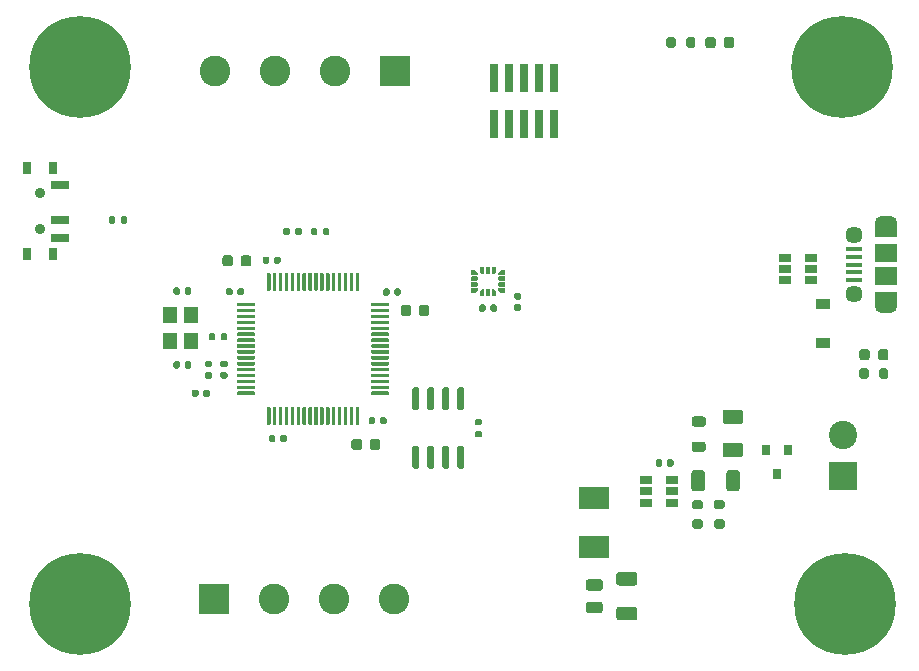
<source format=gbr>
%TF.GenerationSoftware,KiCad,Pcbnew,(5.1.7)-1*%
%TF.CreationDate,2021-01-30T20:15:53-05:00*%
%TF.ProjectId,STM32F4_Eval,53544d33-3246-4345-9f45-76616c2e6b69,rev?*%
%TF.SameCoordinates,Original*%
%TF.FileFunction,Soldermask,Top*%
%TF.FilePolarity,Negative*%
%FSLAX46Y46*%
G04 Gerber Fmt 4.6, Leading zero omitted, Abs format (unit mm)*
G04 Created by KiCad (PCBNEW (5.1.7)-1) date 2021-01-30 20:15:53*
%MOMM*%
%LPD*%
G01*
G04 APERTURE LIST*
%ADD10R,1.060000X0.650000*%
%ADD11R,1.900000X1.500000*%
%ADD12C,1.450000*%
%ADD13R,1.350000X0.400000*%
%ADD14O,1.900000X1.200000*%
%ADD15R,1.900000X1.200000*%
%ADD16R,1.200000X0.900000*%
%ADD17C,8.600000*%
%ADD18C,0.900000*%
%ADD19C,2.400000*%
%ADD20R,2.400000X2.400000*%
%ADD21R,2.500000X1.900000*%
%ADD22R,0.800000X0.900000*%
%ADD23R,1.200000X1.400000*%
%ADD24C,0.100000*%
%ADD25R,1.500000X0.700000*%
%ADD26R,0.800000X1.000000*%
%ADD27R,2.600000X2.600000*%
%ADD28C,2.600000*%
%ADD29R,0.740000X2.400000*%
G04 APERTURE END LIST*
D10*
%TO.C,U2*%
X154140000Y-110740000D03*
X154140000Y-111690000D03*
X154140000Y-112640000D03*
X156340000Y-112640000D03*
X156340000Y-110740000D03*
X156340000Y-111690000D03*
%TD*%
%TO.C,C14*%
G36*
G01*
X155910000Y-109470000D02*
X155910000Y-109130000D01*
G75*
G02*
X156050000Y-108990000I140000J0D01*
G01*
X156330000Y-108990000D01*
G75*
G02*
X156470000Y-109130000I0J-140000D01*
G01*
X156470000Y-109470000D01*
G75*
G02*
X156330000Y-109610000I-140000J0D01*
G01*
X156050000Y-109610000D01*
G75*
G02*
X155910000Y-109470000I0J140000D01*
G01*
G37*
G36*
G01*
X154950000Y-109470000D02*
X154950000Y-109130000D01*
G75*
G02*
X155090000Y-108990000I140000J0D01*
G01*
X155370000Y-108990000D01*
G75*
G02*
X155510000Y-109130000I0J-140000D01*
G01*
X155510000Y-109470000D01*
G75*
G02*
X155370000Y-109610000I-140000J0D01*
G01*
X155090000Y-109610000D01*
G75*
G02*
X154950000Y-109470000I0J140000D01*
G01*
G37*
%TD*%
D11*
%TO.C,J2*%
X174487500Y-91500000D03*
D12*
X171787500Y-95000000D03*
D13*
X171787500Y-93150000D03*
X171787500Y-93800000D03*
X171787500Y-91200000D03*
X171787500Y-91850000D03*
X171787500Y-92500000D03*
D12*
X171787500Y-90000000D03*
D11*
X174487500Y-93500000D03*
D14*
X174487500Y-96000000D03*
X174487500Y-89000000D03*
D15*
X174487500Y-89600000D03*
X174487500Y-95400000D03*
%TD*%
%TO.C,R1*%
G36*
G01*
X109680000Y-88925000D02*
X109680000Y-88555000D01*
G75*
G02*
X109815000Y-88420000I135000J0D01*
G01*
X110085000Y-88420000D01*
G75*
G02*
X110220000Y-88555000I0J-135000D01*
G01*
X110220000Y-88925000D01*
G75*
G02*
X110085000Y-89060000I-135000J0D01*
G01*
X109815000Y-89060000D01*
G75*
G02*
X109680000Y-88925000I0J135000D01*
G01*
G37*
G36*
G01*
X108660000Y-88925000D02*
X108660000Y-88555000D01*
G75*
G02*
X108795000Y-88420000I135000J0D01*
G01*
X109065000Y-88420000D01*
G75*
G02*
X109200000Y-88555000I0J-135000D01*
G01*
X109200000Y-88925000D01*
G75*
G02*
X109065000Y-89060000I-135000J0D01*
G01*
X108795000Y-89060000D01*
G75*
G02*
X108660000Y-88925000I0J135000D01*
G01*
G37*
%TD*%
%TO.C,D2*%
G36*
G01*
X159162500Y-73956250D02*
X159162500Y-73443750D01*
G75*
G02*
X159381250Y-73225000I218750J0D01*
G01*
X159818750Y-73225000D01*
G75*
G02*
X160037500Y-73443750I0J-218750D01*
G01*
X160037500Y-73956250D01*
G75*
G02*
X159818750Y-74175000I-218750J0D01*
G01*
X159381250Y-74175000D01*
G75*
G02*
X159162500Y-73956250I0J218750D01*
G01*
G37*
G36*
G01*
X160737500Y-73956250D02*
X160737500Y-73443750D01*
G75*
G02*
X160956250Y-73225000I218750J0D01*
G01*
X161393750Y-73225000D01*
G75*
G02*
X161612500Y-73443750I0J-218750D01*
G01*
X161612500Y-73956250D01*
G75*
G02*
X161393750Y-74175000I-218750J0D01*
G01*
X160956250Y-74175000D01*
G75*
G02*
X160737500Y-73956250I0J218750D01*
G01*
G37*
%TD*%
%TO.C,L1*%
G36*
G01*
X115665000Y-103572500D02*
X115665000Y-103227500D01*
G75*
G02*
X115812500Y-103080000I147500J0D01*
G01*
X116107500Y-103080000D01*
G75*
G02*
X116255000Y-103227500I0J-147500D01*
G01*
X116255000Y-103572500D01*
G75*
G02*
X116107500Y-103720000I-147500J0D01*
G01*
X115812500Y-103720000D01*
G75*
G02*
X115665000Y-103572500I0J147500D01*
G01*
G37*
G36*
G01*
X116635000Y-103572500D02*
X116635000Y-103227500D01*
G75*
G02*
X116782500Y-103080000I147500J0D01*
G01*
X117077500Y-103080000D01*
G75*
G02*
X117225000Y-103227500I0J-147500D01*
G01*
X117225000Y-103572500D01*
G75*
G02*
X117077500Y-103720000I-147500J0D01*
G01*
X116782500Y-103720000D01*
G75*
G02*
X116635000Y-103572500I0J147500D01*
G01*
G37*
%TD*%
D16*
%TO.C,D3*%
X169150000Y-99150000D03*
X169150000Y-95850000D03*
%TD*%
D17*
%TO.C,H2*%
X106250000Y-121250000D03*
D18*
X109475000Y-121250000D03*
X108530419Y-123530419D03*
X106250000Y-124475000D03*
X103969581Y-123530419D03*
X103025000Y-121250000D03*
X103969581Y-118969581D03*
X106250000Y-118025000D03*
X108530419Y-118969581D03*
%TD*%
D19*
%TO.C,J1*%
X170800000Y-106900000D03*
D20*
X170800000Y-110400000D03*
%TD*%
D21*
%TO.C,L2*%
X149760000Y-112270000D03*
X149760000Y-116370000D03*
%TD*%
D22*
%TO.C,Q1*%
X165230000Y-110190000D03*
X164280000Y-108190000D03*
X166180000Y-108190000D03*
%TD*%
D18*
%TO.C,H3*%
X173280419Y-118969581D03*
X171000000Y-118025000D03*
X168719581Y-118969581D03*
X167775000Y-121250000D03*
X168719581Y-123530419D03*
X171000000Y-124475000D03*
X173280419Y-123530419D03*
X174225000Y-121250000D03*
D17*
X171000000Y-121250000D03*
%TD*%
D18*
%TO.C,H1*%
X108530419Y-73469581D03*
X106250000Y-72525000D03*
X103969581Y-73469581D03*
X103025000Y-75750000D03*
X103969581Y-78030419D03*
X106250000Y-78975000D03*
X108530419Y-78030419D03*
X109475000Y-75750000D03*
D17*
X106250000Y-75750000D03*
%TD*%
%TO.C,H4*%
X170750000Y-75750000D03*
D18*
X173975000Y-75750000D03*
X173030419Y-78030419D03*
X170750000Y-78975000D03*
X168469581Y-78030419D03*
X167525000Y-75750000D03*
X168469581Y-73469581D03*
X170750000Y-72525000D03*
X173030419Y-73469581D03*
%TD*%
%TO.C,F1*%
G36*
G01*
X160875000Y-104765000D02*
X162125000Y-104765000D01*
G75*
G02*
X162375000Y-105015000I0J-250000D01*
G01*
X162375000Y-105765000D01*
G75*
G02*
X162125000Y-106015000I-250000J0D01*
G01*
X160875000Y-106015000D01*
G75*
G02*
X160625000Y-105765000I0J250000D01*
G01*
X160625000Y-105015000D01*
G75*
G02*
X160875000Y-104765000I250000J0D01*
G01*
G37*
G36*
G01*
X160875000Y-107565000D02*
X162125000Y-107565000D01*
G75*
G02*
X162375000Y-107815000I0J-250000D01*
G01*
X162375000Y-108565000D01*
G75*
G02*
X162125000Y-108815000I-250000J0D01*
G01*
X160875000Y-108815000D01*
G75*
G02*
X160625000Y-108565000I0J250000D01*
G01*
X160625000Y-107815000D01*
G75*
G02*
X160875000Y-107565000I250000J0D01*
G01*
G37*
%TD*%
%TO.C,C1*%
G36*
G01*
X120725000Y-91925000D02*
X120725000Y-92425000D01*
G75*
G02*
X120500000Y-92650000I-225000J0D01*
G01*
X120050000Y-92650000D01*
G75*
G02*
X119825000Y-92425000I0J225000D01*
G01*
X119825000Y-91925000D01*
G75*
G02*
X120050000Y-91700000I225000J0D01*
G01*
X120500000Y-91700000D01*
G75*
G02*
X120725000Y-91925000I0J-225000D01*
G01*
G37*
G36*
G01*
X119175000Y-91925000D02*
X119175000Y-92425000D01*
G75*
G02*
X118950000Y-92650000I-225000J0D01*
G01*
X118500000Y-92650000D01*
G75*
G02*
X118275000Y-92425000I0J225000D01*
G01*
X118275000Y-91925000D01*
G75*
G02*
X118500000Y-91700000I225000J0D01*
G01*
X118950000Y-91700000D01*
G75*
G02*
X119175000Y-91925000I0J-225000D01*
G01*
G37*
%TD*%
%TO.C,C5*%
G36*
G01*
X131870000Y-94990000D02*
X131870000Y-94650000D01*
G75*
G02*
X132010000Y-94510000I140000J0D01*
G01*
X132290000Y-94510000D01*
G75*
G02*
X132430000Y-94650000I0J-140000D01*
G01*
X132430000Y-94990000D01*
G75*
G02*
X132290000Y-95130000I-140000J0D01*
G01*
X132010000Y-95130000D01*
G75*
G02*
X131870000Y-94990000I0J140000D01*
G01*
G37*
G36*
G01*
X132830000Y-94990000D02*
X132830000Y-94650000D01*
G75*
G02*
X132970000Y-94510000I140000J0D01*
G01*
X133250000Y-94510000D01*
G75*
G02*
X133390000Y-94650000I0J-140000D01*
G01*
X133390000Y-94990000D01*
G75*
G02*
X133250000Y-95130000I-140000J0D01*
G01*
X132970000Y-95130000D01*
G75*
G02*
X132830000Y-94990000I0J140000D01*
G01*
G37*
%TD*%
%TO.C,C7*%
G36*
G01*
X117280000Y-102148000D02*
X116940000Y-102148000D01*
G75*
G02*
X116800000Y-102008000I0J140000D01*
G01*
X116800000Y-101728000D01*
G75*
G02*
X116940000Y-101588000I140000J0D01*
G01*
X117280000Y-101588000D01*
G75*
G02*
X117420000Y-101728000I0J-140000D01*
G01*
X117420000Y-102008000D01*
G75*
G02*
X117280000Y-102148000I-140000J0D01*
G01*
G37*
G36*
G01*
X117280000Y-101188000D02*
X116940000Y-101188000D01*
G75*
G02*
X116800000Y-101048000I0J140000D01*
G01*
X116800000Y-100768000D01*
G75*
G02*
X116940000Y-100628000I140000J0D01*
G01*
X117280000Y-100628000D01*
G75*
G02*
X117420000Y-100768000I0J-140000D01*
G01*
X117420000Y-101048000D01*
G75*
G02*
X117280000Y-101188000I-140000J0D01*
G01*
G37*
%TD*%
%TO.C,C2*%
G36*
G01*
X120100000Y-94620000D02*
X120100000Y-94960000D01*
G75*
G02*
X119960000Y-95100000I-140000J0D01*
G01*
X119680000Y-95100000D01*
G75*
G02*
X119540000Y-94960000I0J140000D01*
G01*
X119540000Y-94620000D01*
G75*
G02*
X119680000Y-94480000I140000J0D01*
G01*
X119960000Y-94480000D01*
G75*
G02*
X120100000Y-94620000I0J-140000D01*
G01*
G37*
G36*
G01*
X119140000Y-94620000D02*
X119140000Y-94960000D01*
G75*
G02*
X119000000Y-95100000I-140000J0D01*
G01*
X118720000Y-95100000D01*
G75*
G02*
X118580000Y-94960000I0J140000D01*
G01*
X118580000Y-94620000D01*
G75*
G02*
X118720000Y-94480000I140000J0D01*
G01*
X119000000Y-94480000D01*
G75*
G02*
X119140000Y-94620000I0J-140000D01*
G01*
G37*
%TD*%
%TO.C,C3*%
G36*
G01*
X122770000Y-107050000D02*
X122770000Y-107390000D01*
G75*
G02*
X122630000Y-107530000I-140000J0D01*
G01*
X122350000Y-107530000D01*
G75*
G02*
X122210000Y-107390000I0J140000D01*
G01*
X122210000Y-107050000D01*
G75*
G02*
X122350000Y-106910000I140000J0D01*
G01*
X122630000Y-106910000D01*
G75*
G02*
X122770000Y-107050000I0J-140000D01*
G01*
G37*
G36*
G01*
X123730000Y-107050000D02*
X123730000Y-107390000D01*
G75*
G02*
X123590000Y-107530000I-140000J0D01*
G01*
X123310000Y-107530000D01*
G75*
G02*
X123170000Y-107390000I0J140000D01*
G01*
X123170000Y-107050000D01*
G75*
G02*
X123310000Y-106910000I140000J0D01*
G01*
X123590000Y-106910000D01*
G75*
G02*
X123730000Y-107050000I0J-140000D01*
G01*
G37*
%TD*%
%TO.C,C6*%
G36*
G01*
X122650000Y-92290000D02*
X122650000Y-91950000D01*
G75*
G02*
X122790000Y-91810000I140000J0D01*
G01*
X123070000Y-91810000D01*
G75*
G02*
X123210000Y-91950000I0J-140000D01*
G01*
X123210000Y-92290000D01*
G75*
G02*
X123070000Y-92430000I-140000J0D01*
G01*
X122790000Y-92430000D01*
G75*
G02*
X122650000Y-92290000I0J140000D01*
G01*
G37*
G36*
G01*
X121690000Y-92290000D02*
X121690000Y-91950000D01*
G75*
G02*
X121830000Y-91810000I140000J0D01*
G01*
X122110000Y-91810000D01*
G75*
G02*
X122250000Y-91950000I0J-140000D01*
G01*
X122250000Y-92290000D01*
G75*
G02*
X122110000Y-92430000I-140000J0D01*
G01*
X121830000Y-92430000D01*
G75*
G02*
X121690000Y-92290000I0J140000D01*
G01*
G37*
%TD*%
%TO.C,C4*%
G36*
G01*
X131610000Y-105890000D02*
X131610000Y-105550000D01*
G75*
G02*
X131750000Y-105410000I140000J0D01*
G01*
X132030000Y-105410000D01*
G75*
G02*
X132170000Y-105550000I0J-140000D01*
G01*
X132170000Y-105890000D01*
G75*
G02*
X132030000Y-106030000I-140000J0D01*
G01*
X131750000Y-106030000D01*
G75*
G02*
X131610000Y-105890000I0J140000D01*
G01*
G37*
G36*
G01*
X130650000Y-105890000D02*
X130650000Y-105550000D01*
G75*
G02*
X130790000Y-105410000I140000J0D01*
G01*
X131070000Y-105410000D01*
G75*
G02*
X131210000Y-105550000I0J-140000D01*
G01*
X131210000Y-105890000D01*
G75*
G02*
X131070000Y-106030000I-140000J0D01*
G01*
X130790000Y-106030000D01*
G75*
G02*
X130650000Y-105890000I0J140000D01*
G01*
G37*
%TD*%
%TO.C,C8*%
G36*
G01*
X118570000Y-101188000D02*
X118230000Y-101188000D01*
G75*
G02*
X118090000Y-101048000I0J140000D01*
G01*
X118090000Y-100768000D01*
G75*
G02*
X118230000Y-100628000I140000J0D01*
G01*
X118570000Y-100628000D01*
G75*
G02*
X118710000Y-100768000I0J-140000D01*
G01*
X118710000Y-101048000D01*
G75*
G02*
X118570000Y-101188000I-140000J0D01*
G01*
G37*
G36*
G01*
X118570000Y-102148000D02*
X118230000Y-102148000D01*
G75*
G02*
X118090000Y-102008000I0J140000D01*
G01*
X118090000Y-101728000D01*
G75*
G02*
X118230000Y-101588000I140000J0D01*
G01*
X118570000Y-101588000D01*
G75*
G02*
X118710000Y-101728000I0J-140000D01*
G01*
X118710000Y-102008000D01*
G75*
G02*
X118570000Y-102148000I-140000J0D01*
G01*
G37*
%TD*%
%TO.C,R2*%
G36*
G01*
X158325000Y-73425000D02*
X158325000Y-73975000D01*
G75*
G02*
X158125000Y-74175000I-200000J0D01*
G01*
X157725000Y-74175000D01*
G75*
G02*
X157525000Y-73975000I0J200000D01*
G01*
X157525000Y-73425000D01*
G75*
G02*
X157725000Y-73225000I200000J0D01*
G01*
X158125000Y-73225000D01*
G75*
G02*
X158325000Y-73425000I0J-200000D01*
G01*
G37*
G36*
G01*
X156675000Y-73425000D02*
X156675000Y-73975000D01*
G75*
G02*
X156475000Y-74175000I-200000J0D01*
G01*
X156075000Y-74175000D01*
G75*
G02*
X155875000Y-73975000I0J200000D01*
G01*
X155875000Y-73425000D01*
G75*
G02*
X156075000Y-73225000I200000J0D01*
G01*
X156475000Y-73225000D01*
G75*
G02*
X156675000Y-73425000I0J-200000D01*
G01*
G37*
%TD*%
%TO.C,R11*%
G36*
G01*
X173865000Y-102005000D02*
X173865000Y-101455000D01*
G75*
G02*
X174065000Y-101255000I200000J0D01*
G01*
X174465000Y-101255000D01*
G75*
G02*
X174665000Y-101455000I0J-200000D01*
G01*
X174665000Y-102005000D01*
G75*
G02*
X174465000Y-102205000I-200000J0D01*
G01*
X174065000Y-102205000D01*
G75*
G02*
X173865000Y-102005000I0J200000D01*
G01*
G37*
G36*
G01*
X172215000Y-102005000D02*
X172215000Y-101455000D01*
G75*
G02*
X172415000Y-101255000I200000J0D01*
G01*
X172815000Y-101255000D01*
G75*
G02*
X173015000Y-101455000I0J-200000D01*
G01*
X173015000Y-102005000D01*
G75*
G02*
X172815000Y-102205000I-200000J0D01*
G01*
X172415000Y-102205000D01*
G75*
G02*
X172215000Y-102005000I0J200000D01*
G01*
G37*
%TD*%
D23*
%TO.C,Y1*%
X115575000Y-96775000D03*
X115575000Y-98975000D03*
X113875000Y-98975000D03*
X113875000Y-96775000D03*
%TD*%
%TO.C,R9*%
G36*
G01*
X160065000Y-112420000D02*
X160615000Y-112420000D01*
G75*
G02*
X160815000Y-112620000I0J-200000D01*
G01*
X160815000Y-113020000D01*
G75*
G02*
X160615000Y-113220000I-200000J0D01*
G01*
X160065000Y-113220000D01*
G75*
G02*
X159865000Y-113020000I0J200000D01*
G01*
X159865000Y-112620000D01*
G75*
G02*
X160065000Y-112420000I200000J0D01*
G01*
G37*
G36*
G01*
X160065000Y-114070000D02*
X160615000Y-114070000D01*
G75*
G02*
X160815000Y-114270000I0J-200000D01*
G01*
X160815000Y-114670000D01*
G75*
G02*
X160615000Y-114870000I-200000J0D01*
G01*
X160065000Y-114870000D01*
G75*
G02*
X159865000Y-114670000I0J200000D01*
G01*
X159865000Y-114270000D01*
G75*
G02*
X160065000Y-114070000I200000J0D01*
G01*
G37*
%TD*%
%TO.C,U1*%
G36*
G01*
X119500000Y-95963000D02*
X119500000Y-95813000D01*
G75*
G02*
X119575000Y-95738000I75000J0D01*
G01*
X120975000Y-95738000D01*
G75*
G02*
X121050000Y-95813000I0J-75000D01*
G01*
X121050000Y-95963000D01*
G75*
G02*
X120975000Y-96038000I-75000J0D01*
G01*
X119575000Y-96038000D01*
G75*
G02*
X119500000Y-95963000I0J75000D01*
G01*
G37*
G36*
G01*
X119500000Y-96463000D02*
X119500000Y-96313000D01*
G75*
G02*
X119575000Y-96238000I75000J0D01*
G01*
X120975000Y-96238000D01*
G75*
G02*
X121050000Y-96313000I0J-75000D01*
G01*
X121050000Y-96463000D01*
G75*
G02*
X120975000Y-96538000I-75000J0D01*
G01*
X119575000Y-96538000D01*
G75*
G02*
X119500000Y-96463000I0J75000D01*
G01*
G37*
G36*
G01*
X119500000Y-96963000D02*
X119500000Y-96813000D01*
G75*
G02*
X119575000Y-96738000I75000J0D01*
G01*
X120975000Y-96738000D01*
G75*
G02*
X121050000Y-96813000I0J-75000D01*
G01*
X121050000Y-96963000D01*
G75*
G02*
X120975000Y-97038000I-75000J0D01*
G01*
X119575000Y-97038000D01*
G75*
G02*
X119500000Y-96963000I0J75000D01*
G01*
G37*
G36*
G01*
X119500000Y-97463000D02*
X119500000Y-97313000D01*
G75*
G02*
X119575000Y-97238000I75000J0D01*
G01*
X120975000Y-97238000D01*
G75*
G02*
X121050000Y-97313000I0J-75000D01*
G01*
X121050000Y-97463000D01*
G75*
G02*
X120975000Y-97538000I-75000J0D01*
G01*
X119575000Y-97538000D01*
G75*
G02*
X119500000Y-97463000I0J75000D01*
G01*
G37*
G36*
G01*
X119500000Y-97963000D02*
X119500000Y-97813000D01*
G75*
G02*
X119575000Y-97738000I75000J0D01*
G01*
X120975000Y-97738000D01*
G75*
G02*
X121050000Y-97813000I0J-75000D01*
G01*
X121050000Y-97963000D01*
G75*
G02*
X120975000Y-98038000I-75000J0D01*
G01*
X119575000Y-98038000D01*
G75*
G02*
X119500000Y-97963000I0J75000D01*
G01*
G37*
G36*
G01*
X119500000Y-98463000D02*
X119500000Y-98313000D01*
G75*
G02*
X119575000Y-98238000I75000J0D01*
G01*
X120975000Y-98238000D01*
G75*
G02*
X121050000Y-98313000I0J-75000D01*
G01*
X121050000Y-98463000D01*
G75*
G02*
X120975000Y-98538000I-75000J0D01*
G01*
X119575000Y-98538000D01*
G75*
G02*
X119500000Y-98463000I0J75000D01*
G01*
G37*
G36*
G01*
X119500000Y-98963000D02*
X119500000Y-98813000D01*
G75*
G02*
X119575000Y-98738000I75000J0D01*
G01*
X120975000Y-98738000D01*
G75*
G02*
X121050000Y-98813000I0J-75000D01*
G01*
X121050000Y-98963000D01*
G75*
G02*
X120975000Y-99038000I-75000J0D01*
G01*
X119575000Y-99038000D01*
G75*
G02*
X119500000Y-98963000I0J75000D01*
G01*
G37*
G36*
G01*
X119500000Y-99463000D02*
X119500000Y-99313000D01*
G75*
G02*
X119575000Y-99238000I75000J0D01*
G01*
X120975000Y-99238000D01*
G75*
G02*
X121050000Y-99313000I0J-75000D01*
G01*
X121050000Y-99463000D01*
G75*
G02*
X120975000Y-99538000I-75000J0D01*
G01*
X119575000Y-99538000D01*
G75*
G02*
X119500000Y-99463000I0J75000D01*
G01*
G37*
G36*
G01*
X119500000Y-99963000D02*
X119500000Y-99813000D01*
G75*
G02*
X119575000Y-99738000I75000J0D01*
G01*
X120975000Y-99738000D01*
G75*
G02*
X121050000Y-99813000I0J-75000D01*
G01*
X121050000Y-99963000D01*
G75*
G02*
X120975000Y-100038000I-75000J0D01*
G01*
X119575000Y-100038000D01*
G75*
G02*
X119500000Y-99963000I0J75000D01*
G01*
G37*
G36*
G01*
X119500000Y-100463000D02*
X119500000Y-100313000D01*
G75*
G02*
X119575000Y-100238000I75000J0D01*
G01*
X120975000Y-100238000D01*
G75*
G02*
X121050000Y-100313000I0J-75000D01*
G01*
X121050000Y-100463000D01*
G75*
G02*
X120975000Y-100538000I-75000J0D01*
G01*
X119575000Y-100538000D01*
G75*
G02*
X119500000Y-100463000I0J75000D01*
G01*
G37*
G36*
G01*
X119500000Y-100963000D02*
X119500000Y-100813000D01*
G75*
G02*
X119575000Y-100738000I75000J0D01*
G01*
X120975000Y-100738000D01*
G75*
G02*
X121050000Y-100813000I0J-75000D01*
G01*
X121050000Y-100963000D01*
G75*
G02*
X120975000Y-101038000I-75000J0D01*
G01*
X119575000Y-101038000D01*
G75*
G02*
X119500000Y-100963000I0J75000D01*
G01*
G37*
G36*
G01*
X119500000Y-101463000D02*
X119500000Y-101313000D01*
G75*
G02*
X119575000Y-101238000I75000J0D01*
G01*
X120975000Y-101238000D01*
G75*
G02*
X121050000Y-101313000I0J-75000D01*
G01*
X121050000Y-101463000D01*
G75*
G02*
X120975000Y-101538000I-75000J0D01*
G01*
X119575000Y-101538000D01*
G75*
G02*
X119500000Y-101463000I0J75000D01*
G01*
G37*
G36*
G01*
X119500000Y-101963000D02*
X119500000Y-101813000D01*
G75*
G02*
X119575000Y-101738000I75000J0D01*
G01*
X120975000Y-101738000D01*
G75*
G02*
X121050000Y-101813000I0J-75000D01*
G01*
X121050000Y-101963000D01*
G75*
G02*
X120975000Y-102038000I-75000J0D01*
G01*
X119575000Y-102038000D01*
G75*
G02*
X119500000Y-101963000I0J75000D01*
G01*
G37*
G36*
G01*
X119500000Y-102463000D02*
X119500000Y-102313000D01*
G75*
G02*
X119575000Y-102238000I75000J0D01*
G01*
X120975000Y-102238000D01*
G75*
G02*
X121050000Y-102313000I0J-75000D01*
G01*
X121050000Y-102463000D01*
G75*
G02*
X120975000Y-102538000I-75000J0D01*
G01*
X119575000Y-102538000D01*
G75*
G02*
X119500000Y-102463000I0J75000D01*
G01*
G37*
G36*
G01*
X119500000Y-102963000D02*
X119500000Y-102813000D01*
G75*
G02*
X119575000Y-102738000I75000J0D01*
G01*
X120975000Y-102738000D01*
G75*
G02*
X121050000Y-102813000I0J-75000D01*
G01*
X121050000Y-102963000D01*
G75*
G02*
X120975000Y-103038000I-75000J0D01*
G01*
X119575000Y-103038000D01*
G75*
G02*
X119500000Y-102963000I0J75000D01*
G01*
G37*
G36*
G01*
X119500000Y-103463000D02*
X119500000Y-103313000D01*
G75*
G02*
X119575000Y-103238000I75000J0D01*
G01*
X120975000Y-103238000D01*
G75*
G02*
X121050000Y-103313000I0J-75000D01*
G01*
X121050000Y-103463000D01*
G75*
G02*
X120975000Y-103538000I-75000J0D01*
G01*
X119575000Y-103538000D01*
G75*
G02*
X119500000Y-103463000I0J75000D01*
G01*
G37*
G36*
G01*
X122050000Y-106013000D02*
X122050000Y-104613000D01*
G75*
G02*
X122125000Y-104538000I75000J0D01*
G01*
X122275000Y-104538000D01*
G75*
G02*
X122350000Y-104613000I0J-75000D01*
G01*
X122350000Y-106013000D01*
G75*
G02*
X122275000Y-106088000I-75000J0D01*
G01*
X122125000Y-106088000D01*
G75*
G02*
X122050000Y-106013000I0J75000D01*
G01*
G37*
G36*
G01*
X122550000Y-106013000D02*
X122550000Y-104613000D01*
G75*
G02*
X122625000Y-104538000I75000J0D01*
G01*
X122775000Y-104538000D01*
G75*
G02*
X122850000Y-104613000I0J-75000D01*
G01*
X122850000Y-106013000D01*
G75*
G02*
X122775000Y-106088000I-75000J0D01*
G01*
X122625000Y-106088000D01*
G75*
G02*
X122550000Y-106013000I0J75000D01*
G01*
G37*
G36*
G01*
X123050000Y-106013000D02*
X123050000Y-104613000D01*
G75*
G02*
X123125000Y-104538000I75000J0D01*
G01*
X123275000Y-104538000D01*
G75*
G02*
X123350000Y-104613000I0J-75000D01*
G01*
X123350000Y-106013000D01*
G75*
G02*
X123275000Y-106088000I-75000J0D01*
G01*
X123125000Y-106088000D01*
G75*
G02*
X123050000Y-106013000I0J75000D01*
G01*
G37*
G36*
G01*
X123550000Y-106013000D02*
X123550000Y-104613000D01*
G75*
G02*
X123625000Y-104538000I75000J0D01*
G01*
X123775000Y-104538000D01*
G75*
G02*
X123850000Y-104613000I0J-75000D01*
G01*
X123850000Y-106013000D01*
G75*
G02*
X123775000Y-106088000I-75000J0D01*
G01*
X123625000Y-106088000D01*
G75*
G02*
X123550000Y-106013000I0J75000D01*
G01*
G37*
G36*
G01*
X124050000Y-106013000D02*
X124050000Y-104613000D01*
G75*
G02*
X124125000Y-104538000I75000J0D01*
G01*
X124275000Y-104538000D01*
G75*
G02*
X124350000Y-104613000I0J-75000D01*
G01*
X124350000Y-106013000D01*
G75*
G02*
X124275000Y-106088000I-75000J0D01*
G01*
X124125000Y-106088000D01*
G75*
G02*
X124050000Y-106013000I0J75000D01*
G01*
G37*
G36*
G01*
X124550000Y-106013000D02*
X124550000Y-104613000D01*
G75*
G02*
X124625000Y-104538000I75000J0D01*
G01*
X124775000Y-104538000D01*
G75*
G02*
X124850000Y-104613000I0J-75000D01*
G01*
X124850000Y-106013000D01*
G75*
G02*
X124775000Y-106088000I-75000J0D01*
G01*
X124625000Y-106088000D01*
G75*
G02*
X124550000Y-106013000I0J75000D01*
G01*
G37*
G36*
G01*
X125050000Y-106013000D02*
X125050000Y-104613000D01*
G75*
G02*
X125125000Y-104538000I75000J0D01*
G01*
X125275000Y-104538000D01*
G75*
G02*
X125350000Y-104613000I0J-75000D01*
G01*
X125350000Y-106013000D01*
G75*
G02*
X125275000Y-106088000I-75000J0D01*
G01*
X125125000Y-106088000D01*
G75*
G02*
X125050000Y-106013000I0J75000D01*
G01*
G37*
G36*
G01*
X125550000Y-106013000D02*
X125550000Y-104613000D01*
G75*
G02*
X125625000Y-104538000I75000J0D01*
G01*
X125775000Y-104538000D01*
G75*
G02*
X125850000Y-104613000I0J-75000D01*
G01*
X125850000Y-106013000D01*
G75*
G02*
X125775000Y-106088000I-75000J0D01*
G01*
X125625000Y-106088000D01*
G75*
G02*
X125550000Y-106013000I0J75000D01*
G01*
G37*
G36*
G01*
X126050000Y-106013000D02*
X126050000Y-104613000D01*
G75*
G02*
X126125000Y-104538000I75000J0D01*
G01*
X126275000Y-104538000D01*
G75*
G02*
X126350000Y-104613000I0J-75000D01*
G01*
X126350000Y-106013000D01*
G75*
G02*
X126275000Y-106088000I-75000J0D01*
G01*
X126125000Y-106088000D01*
G75*
G02*
X126050000Y-106013000I0J75000D01*
G01*
G37*
G36*
G01*
X126550000Y-106013000D02*
X126550000Y-104613000D01*
G75*
G02*
X126625000Y-104538000I75000J0D01*
G01*
X126775000Y-104538000D01*
G75*
G02*
X126850000Y-104613000I0J-75000D01*
G01*
X126850000Y-106013000D01*
G75*
G02*
X126775000Y-106088000I-75000J0D01*
G01*
X126625000Y-106088000D01*
G75*
G02*
X126550000Y-106013000I0J75000D01*
G01*
G37*
G36*
G01*
X127050000Y-106013000D02*
X127050000Y-104613000D01*
G75*
G02*
X127125000Y-104538000I75000J0D01*
G01*
X127275000Y-104538000D01*
G75*
G02*
X127350000Y-104613000I0J-75000D01*
G01*
X127350000Y-106013000D01*
G75*
G02*
X127275000Y-106088000I-75000J0D01*
G01*
X127125000Y-106088000D01*
G75*
G02*
X127050000Y-106013000I0J75000D01*
G01*
G37*
G36*
G01*
X127550000Y-106013000D02*
X127550000Y-104613000D01*
G75*
G02*
X127625000Y-104538000I75000J0D01*
G01*
X127775000Y-104538000D01*
G75*
G02*
X127850000Y-104613000I0J-75000D01*
G01*
X127850000Y-106013000D01*
G75*
G02*
X127775000Y-106088000I-75000J0D01*
G01*
X127625000Y-106088000D01*
G75*
G02*
X127550000Y-106013000I0J75000D01*
G01*
G37*
G36*
G01*
X128050000Y-106013000D02*
X128050000Y-104613000D01*
G75*
G02*
X128125000Y-104538000I75000J0D01*
G01*
X128275000Y-104538000D01*
G75*
G02*
X128350000Y-104613000I0J-75000D01*
G01*
X128350000Y-106013000D01*
G75*
G02*
X128275000Y-106088000I-75000J0D01*
G01*
X128125000Y-106088000D01*
G75*
G02*
X128050000Y-106013000I0J75000D01*
G01*
G37*
G36*
G01*
X128550000Y-106013000D02*
X128550000Y-104613000D01*
G75*
G02*
X128625000Y-104538000I75000J0D01*
G01*
X128775000Y-104538000D01*
G75*
G02*
X128850000Y-104613000I0J-75000D01*
G01*
X128850000Y-106013000D01*
G75*
G02*
X128775000Y-106088000I-75000J0D01*
G01*
X128625000Y-106088000D01*
G75*
G02*
X128550000Y-106013000I0J75000D01*
G01*
G37*
G36*
G01*
X129050000Y-106013000D02*
X129050000Y-104613000D01*
G75*
G02*
X129125000Y-104538000I75000J0D01*
G01*
X129275000Y-104538000D01*
G75*
G02*
X129350000Y-104613000I0J-75000D01*
G01*
X129350000Y-106013000D01*
G75*
G02*
X129275000Y-106088000I-75000J0D01*
G01*
X129125000Y-106088000D01*
G75*
G02*
X129050000Y-106013000I0J75000D01*
G01*
G37*
G36*
G01*
X129550000Y-106013000D02*
X129550000Y-104613000D01*
G75*
G02*
X129625000Y-104538000I75000J0D01*
G01*
X129775000Y-104538000D01*
G75*
G02*
X129850000Y-104613000I0J-75000D01*
G01*
X129850000Y-106013000D01*
G75*
G02*
X129775000Y-106088000I-75000J0D01*
G01*
X129625000Y-106088000D01*
G75*
G02*
X129550000Y-106013000I0J75000D01*
G01*
G37*
G36*
G01*
X130850000Y-103463000D02*
X130850000Y-103313000D01*
G75*
G02*
X130925000Y-103238000I75000J0D01*
G01*
X132325000Y-103238000D01*
G75*
G02*
X132400000Y-103313000I0J-75000D01*
G01*
X132400000Y-103463000D01*
G75*
G02*
X132325000Y-103538000I-75000J0D01*
G01*
X130925000Y-103538000D01*
G75*
G02*
X130850000Y-103463000I0J75000D01*
G01*
G37*
G36*
G01*
X130850000Y-102963000D02*
X130850000Y-102813000D01*
G75*
G02*
X130925000Y-102738000I75000J0D01*
G01*
X132325000Y-102738000D01*
G75*
G02*
X132400000Y-102813000I0J-75000D01*
G01*
X132400000Y-102963000D01*
G75*
G02*
X132325000Y-103038000I-75000J0D01*
G01*
X130925000Y-103038000D01*
G75*
G02*
X130850000Y-102963000I0J75000D01*
G01*
G37*
G36*
G01*
X130850000Y-102463000D02*
X130850000Y-102313000D01*
G75*
G02*
X130925000Y-102238000I75000J0D01*
G01*
X132325000Y-102238000D01*
G75*
G02*
X132400000Y-102313000I0J-75000D01*
G01*
X132400000Y-102463000D01*
G75*
G02*
X132325000Y-102538000I-75000J0D01*
G01*
X130925000Y-102538000D01*
G75*
G02*
X130850000Y-102463000I0J75000D01*
G01*
G37*
G36*
G01*
X130850000Y-101963000D02*
X130850000Y-101813000D01*
G75*
G02*
X130925000Y-101738000I75000J0D01*
G01*
X132325000Y-101738000D01*
G75*
G02*
X132400000Y-101813000I0J-75000D01*
G01*
X132400000Y-101963000D01*
G75*
G02*
X132325000Y-102038000I-75000J0D01*
G01*
X130925000Y-102038000D01*
G75*
G02*
X130850000Y-101963000I0J75000D01*
G01*
G37*
G36*
G01*
X130850000Y-101463000D02*
X130850000Y-101313000D01*
G75*
G02*
X130925000Y-101238000I75000J0D01*
G01*
X132325000Y-101238000D01*
G75*
G02*
X132400000Y-101313000I0J-75000D01*
G01*
X132400000Y-101463000D01*
G75*
G02*
X132325000Y-101538000I-75000J0D01*
G01*
X130925000Y-101538000D01*
G75*
G02*
X130850000Y-101463000I0J75000D01*
G01*
G37*
G36*
G01*
X130850000Y-100963000D02*
X130850000Y-100813000D01*
G75*
G02*
X130925000Y-100738000I75000J0D01*
G01*
X132325000Y-100738000D01*
G75*
G02*
X132400000Y-100813000I0J-75000D01*
G01*
X132400000Y-100963000D01*
G75*
G02*
X132325000Y-101038000I-75000J0D01*
G01*
X130925000Y-101038000D01*
G75*
G02*
X130850000Y-100963000I0J75000D01*
G01*
G37*
G36*
G01*
X130850000Y-100463000D02*
X130850000Y-100313000D01*
G75*
G02*
X130925000Y-100238000I75000J0D01*
G01*
X132325000Y-100238000D01*
G75*
G02*
X132400000Y-100313000I0J-75000D01*
G01*
X132400000Y-100463000D01*
G75*
G02*
X132325000Y-100538000I-75000J0D01*
G01*
X130925000Y-100538000D01*
G75*
G02*
X130850000Y-100463000I0J75000D01*
G01*
G37*
G36*
G01*
X130850000Y-99963000D02*
X130850000Y-99813000D01*
G75*
G02*
X130925000Y-99738000I75000J0D01*
G01*
X132325000Y-99738000D01*
G75*
G02*
X132400000Y-99813000I0J-75000D01*
G01*
X132400000Y-99963000D01*
G75*
G02*
X132325000Y-100038000I-75000J0D01*
G01*
X130925000Y-100038000D01*
G75*
G02*
X130850000Y-99963000I0J75000D01*
G01*
G37*
G36*
G01*
X130850000Y-99463000D02*
X130850000Y-99313000D01*
G75*
G02*
X130925000Y-99238000I75000J0D01*
G01*
X132325000Y-99238000D01*
G75*
G02*
X132400000Y-99313000I0J-75000D01*
G01*
X132400000Y-99463000D01*
G75*
G02*
X132325000Y-99538000I-75000J0D01*
G01*
X130925000Y-99538000D01*
G75*
G02*
X130850000Y-99463000I0J75000D01*
G01*
G37*
G36*
G01*
X130850000Y-98963000D02*
X130850000Y-98813000D01*
G75*
G02*
X130925000Y-98738000I75000J0D01*
G01*
X132325000Y-98738000D01*
G75*
G02*
X132400000Y-98813000I0J-75000D01*
G01*
X132400000Y-98963000D01*
G75*
G02*
X132325000Y-99038000I-75000J0D01*
G01*
X130925000Y-99038000D01*
G75*
G02*
X130850000Y-98963000I0J75000D01*
G01*
G37*
G36*
G01*
X130850000Y-98463000D02*
X130850000Y-98313000D01*
G75*
G02*
X130925000Y-98238000I75000J0D01*
G01*
X132325000Y-98238000D01*
G75*
G02*
X132400000Y-98313000I0J-75000D01*
G01*
X132400000Y-98463000D01*
G75*
G02*
X132325000Y-98538000I-75000J0D01*
G01*
X130925000Y-98538000D01*
G75*
G02*
X130850000Y-98463000I0J75000D01*
G01*
G37*
G36*
G01*
X130850000Y-97963000D02*
X130850000Y-97813000D01*
G75*
G02*
X130925000Y-97738000I75000J0D01*
G01*
X132325000Y-97738000D01*
G75*
G02*
X132400000Y-97813000I0J-75000D01*
G01*
X132400000Y-97963000D01*
G75*
G02*
X132325000Y-98038000I-75000J0D01*
G01*
X130925000Y-98038000D01*
G75*
G02*
X130850000Y-97963000I0J75000D01*
G01*
G37*
G36*
G01*
X130850000Y-97463000D02*
X130850000Y-97313000D01*
G75*
G02*
X130925000Y-97238000I75000J0D01*
G01*
X132325000Y-97238000D01*
G75*
G02*
X132400000Y-97313000I0J-75000D01*
G01*
X132400000Y-97463000D01*
G75*
G02*
X132325000Y-97538000I-75000J0D01*
G01*
X130925000Y-97538000D01*
G75*
G02*
X130850000Y-97463000I0J75000D01*
G01*
G37*
G36*
G01*
X130850000Y-96963000D02*
X130850000Y-96813000D01*
G75*
G02*
X130925000Y-96738000I75000J0D01*
G01*
X132325000Y-96738000D01*
G75*
G02*
X132400000Y-96813000I0J-75000D01*
G01*
X132400000Y-96963000D01*
G75*
G02*
X132325000Y-97038000I-75000J0D01*
G01*
X130925000Y-97038000D01*
G75*
G02*
X130850000Y-96963000I0J75000D01*
G01*
G37*
G36*
G01*
X130850000Y-96463000D02*
X130850000Y-96313000D01*
G75*
G02*
X130925000Y-96238000I75000J0D01*
G01*
X132325000Y-96238000D01*
G75*
G02*
X132400000Y-96313000I0J-75000D01*
G01*
X132400000Y-96463000D01*
G75*
G02*
X132325000Y-96538000I-75000J0D01*
G01*
X130925000Y-96538000D01*
G75*
G02*
X130850000Y-96463000I0J75000D01*
G01*
G37*
G36*
G01*
X130850000Y-95963000D02*
X130850000Y-95813000D01*
G75*
G02*
X130925000Y-95738000I75000J0D01*
G01*
X132325000Y-95738000D01*
G75*
G02*
X132400000Y-95813000I0J-75000D01*
G01*
X132400000Y-95963000D01*
G75*
G02*
X132325000Y-96038000I-75000J0D01*
G01*
X130925000Y-96038000D01*
G75*
G02*
X130850000Y-95963000I0J75000D01*
G01*
G37*
G36*
G01*
X129550000Y-94663000D02*
X129550000Y-93263000D01*
G75*
G02*
X129625000Y-93188000I75000J0D01*
G01*
X129775000Y-93188000D01*
G75*
G02*
X129850000Y-93263000I0J-75000D01*
G01*
X129850000Y-94663000D01*
G75*
G02*
X129775000Y-94738000I-75000J0D01*
G01*
X129625000Y-94738000D01*
G75*
G02*
X129550000Y-94663000I0J75000D01*
G01*
G37*
G36*
G01*
X129050000Y-94663000D02*
X129050000Y-93263000D01*
G75*
G02*
X129125000Y-93188000I75000J0D01*
G01*
X129275000Y-93188000D01*
G75*
G02*
X129350000Y-93263000I0J-75000D01*
G01*
X129350000Y-94663000D01*
G75*
G02*
X129275000Y-94738000I-75000J0D01*
G01*
X129125000Y-94738000D01*
G75*
G02*
X129050000Y-94663000I0J75000D01*
G01*
G37*
G36*
G01*
X128550000Y-94663000D02*
X128550000Y-93263000D01*
G75*
G02*
X128625000Y-93188000I75000J0D01*
G01*
X128775000Y-93188000D01*
G75*
G02*
X128850000Y-93263000I0J-75000D01*
G01*
X128850000Y-94663000D01*
G75*
G02*
X128775000Y-94738000I-75000J0D01*
G01*
X128625000Y-94738000D01*
G75*
G02*
X128550000Y-94663000I0J75000D01*
G01*
G37*
G36*
G01*
X128050000Y-94663000D02*
X128050000Y-93263000D01*
G75*
G02*
X128125000Y-93188000I75000J0D01*
G01*
X128275000Y-93188000D01*
G75*
G02*
X128350000Y-93263000I0J-75000D01*
G01*
X128350000Y-94663000D01*
G75*
G02*
X128275000Y-94738000I-75000J0D01*
G01*
X128125000Y-94738000D01*
G75*
G02*
X128050000Y-94663000I0J75000D01*
G01*
G37*
G36*
G01*
X127550000Y-94663000D02*
X127550000Y-93263000D01*
G75*
G02*
X127625000Y-93188000I75000J0D01*
G01*
X127775000Y-93188000D01*
G75*
G02*
X127850000Y-93263000I0J-75000D01*
G01*
X127850000Y-94663000D01*
G75*
G02*
X127775000Y-94738000I-75000J0D01*
G01*
X127625000Y-94738000D01*
G75*
G02*
X127550000Y-94663000I0J75000D01*
G01*
G37*
G36*
G01*
X127050000Y-94663000D02*
X127050000Y-93263000D01*
G75*
G02*
X127125000Y-93188000I75000J0D01*
G01*
X127275000Y-93188000D01*
G75*
G02*
X127350000Y-93263000I0J-75000D01*
G01*
X127350000Y-94663000D01*
G75*
G02*
X127275000Y-94738000I-75000J0D01*
G01*
X127125000Y-94738000D01*
G75*
G02*
X127050000Y-94663000I0J75000D01*
G01*
G37*
G36*
G01*
X126550000Y-94663000D02*
X126550000Y-93263000D01*
G75*
G02*
X126625000Y-93188000I75000J0D01*
G01*
X126775000Y-93188000D01*
G75*
G02*
X126850000Y-93263000I0J-75000D01*
G01*
X126850000Y-94663000D01*
G75*
G02*
X126775000Y-94738000I-75000J0D01*
G01*
X126625000Y-94738000D01*
G75*
G02*
X126550000Y-94663000I0J75000D01*
G01*
G37*
G36*
G01*
X126050000Y-94663000D02*
X126050000Y-93263000D01*
G75*
G02*
X126125000Y-93188000I75000J0D01*
G01*
X126275000Y-93188000D01*
G75*
G02*
X126350000Y-93263000I0J-75000D01*
G01*
X126350000Y-94663000D01*
G75*
G02*
X126275000Y-94738000I-75000J0D01*
G01*
X126125000Y-94738000D01*
G75*
G02*
X126050000Y-94663000I0J75000D01*
G01*
G37*
G36*
G01*
X125550000Y-94663000D02*
X125550000Y-93263000D01*
G75*
G02*
X125625000Y-93188000I75000J0D01*
G01*
X125775000Y-93188000D01*
G75*
G02*
X125850000Y-93263000I0J-75000D01*
G01*
X125850000Y-94663000D01*
G75*
G02*
X125775000Y-94738000I-75000J0D01*
G01*
X125625000Y-94738000D01*
G75*
G02*
X125550000Y-94663000I0J75000D01*
G01*
G37*
G36*
G01*
X125050000Y-94663000D02*
X125050000Y-93263000D01*
G75*
G02*
X125125000Y-93188000I75000J0D01*
G01*
X125275000Y-93188000D01*
G75*
G02*
X125350000Y-93263000I0J-75000D01*
G01*
X125350000Y-94663000D01*
G75*
G02*
X125275000Y-94738000I-75000J0D01*
G01*
X125125000Y-94738000D01*
G75*
G02*
X125050000Y-94663000I0J75000D01*
G01*
G37*
G36*
G01*
X124550000Y-94663000D02*
X124550000Y-93263000D01*
G75*
G02*
X124625000Y-93188000I75000J0D01*
G01*
X124775000Y-93188000D01*
G75*
G02*
X124850000Y-93263000I0J-75000D01*
G01*
X124850000Y-94663000D01*
G75*
G02*
X124775000Y-94738000I-75000J0D01*
G01*
X124625000Y-94738000D01*
G75*
G02*
X124550000Y-94663000I0J75000D01*
G01*
G37*
G36*
G01*
X124050000Y-94663000D02*
X124050000Y-93263000D01*
G75*
G02*
X124125000Y-93188000I75000J0D01*
G01*
X124275000Y-93188000D01*
G75*
G02*
X124350000Y-93263000I0J-75000D01*
G01*
X124350000Y-94663000D01*
G75*
G02*
X124275000Y-94738000I-75000J0D01*
G01*
X124125000Y-94738000D01*
G75*
G02*
X124050000Y-94663000I0J75000D01*
G01*
G37*
G36*
G01*
X123550000Y-94663000D02*
X123550000Y-93263000D01*
G75*
G02*
X123625000Y-93188000I75000J0D01*
G01*
X123775000Y-93188000D01*
G75*
G02*
X123850000Y-93263000I0J-75000D01*
G01*
X123850000Y-94663000D01*
G75*
G02*
X123775000Y-94738000I-75000J0D01*
G01*
X123625000Y-94738000D01*
G75*
G02*
X123550000Y-94663000I0J75000D01*
G01*
G37*
G36*
G01*
X123050000Y-94663000D02*
X123050000Y-93263000D01*
G75*
G02*
X123125000Y-93188000I75000J0D01*
G01*
X123275000Y-93188000D01*
G75*
G02*
X123350000Y-93263000I0J-75000D01*
G01*
X123350000Y-94663000D01*
G75*
G02*
X123275000Y-94738000I-75000J0D01*
G01*
X123125000Y-94738000D01*
G75*
G02*
X123050000Y-94663000I0J75000D01*
G01*
G37*
G36*
G01*
X122550000Y-94663000D02*
X122550000Y-93263000D01*
G75*
G02*
X122625000Y-93188000I75000J0D01*
G01*
X122775000Y-93188000D01*
G75*
G02*
X122850000Y-93263000I0J-75000D01*
G01*
X122850000Y-94663000D01*
G75*
G02*
X122775000Y-94738000I-75000J0D01*
G01*
X122625000Y-94738000D01*
G75*
G02*
X122550000Y-94663000I0J75000D01*
G01*
G37*
G36*
G01*
X122050000Y-94663000D02*
X122050000Y-93263000D01*
G75*
G02*
X122125000Y-93188000I75000J0D01*
G01*
X122275000Y-93188000D01*
G75*
G02*
X122350000Y-93263000I0J-75000D01*
G01*
X122350000Y-94663000D01*
G75*
G02*
X122275000Y-94738000I-75000J0D01*
G01*
X122125000Y-94738000D01*
G75*
G02*
X122050000Y-94663000I0J75000D01*
G01*
G37*
%TD*%
%TO.C,R3*%
G36*
G01*
X117120000Y-98785000D02*
X117120000Y-98415000D01*
G75*
G02*
X117255000Y-98280000I135000J0D01*
G01*
X117525000Y-98280000D01*
G75*
G02*
X117660000Y-98415000I0J-135000D01*
G01*
X117660000Y-98785000D01*
G75*
G02*
X117525000Y-98920000I-135000J0D01*
G01*
X117255000Y-98920000D01*
G75*
G02*
X117120000Y-98785000I0J135000D01*
G01*
G37*
G36*
G01*
X118140000Y-98785000D02*
X118140000Y-98415000D01*
G75*
G02*
X118275000Y-98280000I135000J0D01*
G01*
X118545000Y-98280000D01*
G75*
G02*
X118680000Y-98415000I0J-135000D01*
G01*
X118680000Y-98785000D01*
G75*
G02*
X118545000Y-98920000I-135000J0D01*
G01*
X118275000Y-98920000D01*
G75*
G02*
X118140000Y-98785000I0J135000D01*
G01*
G37*
%TD*%
%TO.C,R5*%
G36*
G01*
X124980000Y-89515000D02*
X124980000Y-89885000D01*
G75*
G02*
X124845000Y-90020000I-135000J0D01*
G01*
X124575000Y-90020000D01*
G75*
G02*
X124440000Y-89885000I0J135000D01*
G01*
X124440000Y-89515000D01*
G75*
G02*
X124575000Y-89380000I135000J0D01*
G01*
X124845000Y-89380000D01*
G75*
G02*
X124980000Y-89515000I0J-135000D01*
G01*
G37*
G36*
G01*
X123960000Y-89515000D02*
X123960000Y-89885000D01*
G75*
G02*
X123825000Y-90020000I-135000J0D01*
G01*
X123555000Y-90020000D01*
G75*
G02*
X123420000Y-89885000I0J135000D01*
G01*
X123420000Y-89515000D01*
G75*
G02*
X123555000Y-89380000I135000J0D01*
G01*
X123825000Y-89380000D01*
G75*
G02*
X123960000Y-89515000I0J-135000D01*
G01*
G37*
%TD*%
%TO.C,R4*%
G36*
G01*
X126790000Y-89885000D02*
X126790000Y-89515000D01*
G75*
G02*
X126925000Y-89380000I135000J0D01*
G01*
X127195000Y-89380000D01*
G75*
G02*
X127330000Y-89515000I0J-135000D01*
G01*
X127330000Y-89885000D01*
G75*
G02*
X127195000Y-90020000I-135000J0D01*
G01*
X126925000Y-90020000D01*
G75*
G02*
X126790000Y-89885000I0J135000D01*
G01*
G37*
G36*
G01*
X125770000Y-89885000D02*
X125770000Y-89515000D01*
G75*
G02*
X125905000Y-89380000I135000J0D01*
G01*
X126175000Y-89380000D01*
G75*
G02*
X126310000Y-89515000I0J-135000D01*
G01*
X126310000Y-89885000D01*
G75*
G02*
X126175000Y-90020000I-135000J0D01*
G01*
X125905000Y-90020000D01*
G75*
G02*
X125770000Y-89885000I0J135000D01*
G01*
G37*
%TD*%
D10*
%TO.C,U3*%
X168130000Y-93840000D03*
X168130000Y-92890000D03*
X168130000Y-91940000D03*
X165930000Y-91940000D03*
X165930000Y-93840000D03*
X165930000Y-92890000D03*
%TD*%
%TO.C,R8*%
G36*
G01*
X158765000Y-113220000D02*
X158215000Y-113220000D01*
G75*
G02*
X158015000Y-113020000I0J200000D01*
G01*
X158015000Y-112620000D01*
G75*
G02*
X158215000Y-112420000I200000J0D01*
G01*
X158765000Y-112420000D01*
G75*
G02*
X158965000Y-112620000I0J-200000D01*
G01*
X158965000Y-113020000D01*
G75*
G02*
X158765000Y-113220000I-200000J0D01*
G01*
G37*
G36*
G01*
X158765000Y-114870000D02*
X158215000Y-114870000D01*
G75*
G02*
X158015000Y-114670000I0J200000D01*
G01*
X158015000Y-114270000D01*
G75*
G02*
X158215000Y-114070000I200000J0D01*
G01*
X158765000Y-114070000D01*
G75*
G02*
X158965000Y-114270000I0J-200000D01*
G01*
X158965000Y-114670000D01*
G75*
G02*
X158765000Y-114870000I-200000J0D01*
G01*
G37*
%TD*%
%TO.C,C13*%
G36*
G01*
X157990000Y-111445001D02*
X157990000Y-110144999D01*
G75*
G02*
X158239999Y-109895000I249999J0D01*
G01*
X158890001Y-109895000D01*
G75*
G02*
X159140000Y-110144999I0J-249999D01*
G01*
X159140000Y-111445001D01*
G75*
G02*
X158890001Y-111695000I-249999J0D01*
G01*
X158239999Y-111695000D01*
G75*
G02*
X157990000Y-111445001I0J249999D01*
G01*
G37*
G36*
G01*
X160940000Y-111445001D02*
X160940000Y-110144999D01*
G75*
G02*
X161189999Y-109895000I249999J0D01*
G01*
X161840001Y-109895000D01*
G75*
G02*
X162090000Y-110144999I0J-249999D01*
G01*
X162090000Y-111445001D01*
G75*
G02*
X161840001Y-111695000I-249999J0D01*
G01*
X161189999Y-111695000D01*
G75*
G02*
X160940000Y-111445001I0J249999D01*
G01*
G37*
%TD*%
%TO.C,D1*%
G36*
G01*
X173782500Y-100386250D02*
X173782500Y-99873750D01*
G75*
G02*
X174001250Y-99655000I218750J0D01*
G01*
X174438750Y-99655000D01*
G75*
G02*
X174657500Y-99873750I0J-218750D01*
G01*
X174657500Y-100386250D01*
G75*
G02*
X174438750Y-100605000I-218750J0D01*
G01*
X174001250Y-100605000D01*
G75*
G02*
X173782500Y-100386250I0J218750D01*
G01*
G37*
G36*
G01*
X172207500Y-100386250D02*
X172207500Y-99873750D01*
G75*
G02*
X172426250Y-99655000I218750J0D01*
G01*
X172863750Y-99655000D01*
G75*
G02*
X173082500Y-99873750I0J-218750D01*
G01*
X173082500Y-100386250D01*
G75*
G02*
X172863750Y-100605000I-218750J0D01*
G01*
X172426250Y-100605000D01*
G75*
G02*
X172207500Y-100386250I0J218750D01*
G01*
G37*
%TD*%
%TO.C,C9*%
G36*
G01*
X130750000Y-107975000D02*
X130750000Y-107475000D01*
G75*
G02*
X130975000Y-107250000I225000J0D01*
G01*
X131425000Y-107250000D01*
G75*
G02*
X131650000Y-107475000I0J-225000D01*
G01*
X131650000Y-107975000D01*
G75*
G02*
X131425000Y-108200000I-225000J0D01*
G01*
X130975000Y-108200000D01*
G75*
G02*
X130750000Y-107975000I0J225000D01*
G01*
G37*
G36*
G01*
X129200000Y-107975000D02*
X129200000Y-107475000D01*
G75*
G02*
X129425000Y-107250000I225000J0D01*
G01*
X129875000Y-107250000D01*
G75*
G02*
X130100000Y-107475000I0J-225000D01*
G01*
X130100000Y-107975000D01*
G75*
G02*
X129875000Y-108200000I-225000J0D01*
G01*
X129425000Y-108200000D01*
G75*
G02*
X129200000Y-107975000I0J225000D01*
G01*
G37*
%TD*%
%TO.C,C10*%
G36*
G01*
X134905000Y-96630000D02*
X134905000Y-96130000D01*
G75*
G02*
X135130000Y-95905000I225000J0D01*
G01*
X135580000Y-95905000D01*
G75*
G02*
X135805000Y-96130000I0J-225000D01*
G01*
X135805000Y-96630000D01*
G75*
G02*
X135580000Y-96855000I-225000J0D01*
G01*
X135130000Y-96855000D01*
G75*
G02*
X134905000Y-96630000I0J225000D01*
G01*
G37*
G36*
G01*
X133355000Y-96630000D02*
X133355000Y-96130000D01*
G75*
G02*
X133580000Y-95905000I225000J0D01*
G01*
X134030000Y-95905000D01*
G75*
G02*
X134255000Y-96130000I0J-225000D01*
G01*
X134255000Y-96630000D01*
G75*
G02*
X134030000Y-96855000I-225000J0D01*
G01*
X133580000Y-96855000D01*
G75*
G02*
X133355000Y-96630000I0J225000D01*
G01*
G37*
%TD*%
%TO.C,C11*%
G36*
G01*
X114120000Y-94908000D02*
X114120000Y-94568000D01*
G75*
G02*
X114260000Y-94428000I140000J0D01*
G01*
X114540000Y-94428000D01*
G75*
G02*
X114680000Y-94568000I0J-140000D01*
G01*
X114680000Y-94908000D01*
G75*
G02*
X114540000Y-95048000I-140000J0D01*
G01*
X114260000Y-95048000D01*
G75*
G02*
X114120000Y-94908000I0J140000D01*
G01*
G37*
G36*
G01*
X115080000Y-94908000D02*
X115080000Y-94568000D01*
G75*
G02*
X115220000Y-94428000I140000J0D01*
G01*
X115500000Y-94428000D01*
G75*
G02*
X115640000Y-94568000I0J-140000D01*
G01*
X115640000Y-94908000D01*
G75*
G02*
X115500000Y-95048000I-140000J0D01*
G01*
X115220000Y-95048000D01*
G75*
G02*
X115080000Y-94908000I0J140000D01*
G01*
G37*
%TD*%
%TO.C,C16*%
G36*
G01*
X153160001Y-119670000D02*
X151859999Y-119670000D01*
G75*
G02*
X151610000Y-119420001I0J249999D01*
G01*
X151610000Y-118769999D01*
G75*
G02*
X151859999Y-118520000I249999J0D01*
G01*
X153160001Y-118520000D01*
G75*
G02*
X153410000Y-118769999I0J-249999D01*
G01*
X153410000Y-119420001D01*
G75*
G02*
X153160001Y-119670000I-249999J0D01*
G01*
G37*
G36*
G01*
X153160001Y-122620000D02*
X151859999Y-122620000D01*
G75*
G02*
X151610000Y-122370001I0J249999D01*
G01*
X151610000Y-121719999D01*
G75*
G02*
X151859999Y-121470000I249999J0D01*
G01*
X153160001Y-121470000D01*
G75*
G02*
X153410000Y-121719999I0J-249999D01*
G01*
X153410000Y-122370001D01*
G75*
G02*
X153160001Y-122620000I-249999J0D01*
G01*
G37*
%TD*%
%TO.C,C12*%
G36*
G01*
X115640000Y-100818000D02*
X115640000Y-101158000D01*
G75*
G02*
X115500000Y-101298000I-140000J0D01*
G01*
X115220000Y-101298000D01*
G75*
G02*
X115080000Y-101158000I0J140000D01*
G01*
X115080000Y-100818000D01*
G75*
G02*
X115220000Y-100678000I140000J0D01*
G01*
X115500000Y-100678000D01*
G75*
G02*
X115640000Y-100818000I0J-140000D01*
G01*
G37*
G36*
G01*
X114680000Y-100818000D02*
X114680000Y-101158000D01*
G75*
G02*
X114540000Y-101298000I-140000J0D01*
G01*
X114260000Y-101298000D01*
G75*
G02*
X114120000Y-101158000I0J140000D01*
G01*
X114120000Y-100818000D01*
G75*
G02*
X114260000Y-100678000I140000J0D01*
G01*
X114540000Y-100678000D01*
G75*
G02*
X114680000Y-100818000I0J-140000D01*
G01*
G37*
%TD*%
%TO.C,C17*%
G36*
G01*
X143436000Y-96411000D02*
X143096000Y-96411000D01*
G75*
G02*
X142956000Y-96271000I0J140000D01*
G01*
X142956000Y-95991000D01*
G75*
G02*
X143096000Y-95851000I140000J0D01*
G01*
X143436000Y-95851000D01*
G75*
G02*
X143576000Y-95991000I0J-140000D01*
G01*
X143576000Y-96271000D01*
G75*
G02*
X143436000Y-96411000I-140000J0D01*
G01*
G37*
G36*
G01*
X143436000Y-95451000D02*
X143096000Y-95451000D01*
G75*
G02*
X142956000Y-95311000I0J140000D01*
G01*
X142956000Y-95031000D01*
G75*
G02*
X143096000Y-94891000I140000J0D01*
G01*
X143436000Y-94891000D01*
G75*
G02*
X143576000Y-95031000I0J-140000D01*
G01*
X143576000Y-95311000D01*
G75*
G02*
X143436000Y-95451000I-140000J0D01*
G01*
G37*
%TD*%
%TO.C,C18*%
G36*
G01*
X140966000Y-96351000D02*
X140966000Y-96011000D01*
G75*
G02*
X141106000Y-95871000I140000J0D01*
G01*
X141386000Y-95871000D01*
G75*
G02*
X141526000Y-96011000I0J-140000D01*
G01*
X141526000Y-96351000D01*
G75*
G02*
X141386000Y-96491000I-140000J0D01*
G01*
X141106000Y-96491000D01*
G75*
G02*
X140966000Y-96351000I0J140000D01*
G01*
G37*
G36*
G01*
X140006000Y-96351000D02*
X140006000Y-96011000D01*
G75*
G02*
X140146000Y-95871000I140000J0D01*
G01*
X140426000Y-95871000D01*
G75*
G02*
X140566000Y-96011000I0J-140000D01*
G01*
X140566000Y-96351000D01*
G75*
G02*
X140426000Y-96491000I-140000J0D01*
G01*
X140146000Y-96491000D01*
G75*
G02*
X140006000Y-96351000I0J140000D01*
G01*
G37*
%TD*%
%TO.C,R12*%
G36*
G01*
X139765000Y-106590000D02*
X140135000Y-106590000D01*
G75*
G02*
X140270000Y-106725000I0J-135000D01*
G01*
X140270000Y-106995000D01*
G75*
G02*
X140135000Y-107130000I-135000J0D01*
G01*
X139765000Y-107130000D01*
G75*
G02*
X139630000Y-106995000I0J135000D01*
G01*
X139630000Y-106725000D01*
G75*
G02*
X139765000Y-106590000I135000J0D01*
G01*
G37*
G36*
G01*
X139765000Y-105570000D02*
X140135000Y-105570000D01*
G75*
G02*
X140270000Y-105705000I0J-135000D01*
G01*
X140270000Y-105975000D01*
G75*
G02*
X140135000Y-106110000I-135000J0D01*
G01*
X139765000Y-106110000D01*
G75*
G02*
X139630000Y-105975000I0J135000D01*
G01*
X139630000Y-105705000D01*
G75*
G02*
X139765000Y-105570000I135000J0D01*
G01*
G37*
%TD*%
D24*
%TO.C,U4*%
G36*
X139649566Y-92982441D02*
G01*
X139663635Y-92986709D01*
X139676602Y-92993640D01*
X139687967Y-93002967D01*
X139894033Y-93209033D01*
X139903360Y-93220398D01*
X139910291Y-93233365D01*
X139914559Y-93247434D01*
X139916000Y-93262066D01*
X139916000Y-93306000D01*
X139914559Y-93320632D01*
X139910291Y-93334701D01*
X139903360Y-93347668D01*
X139894033Y-93359033D01*
X139882668Y-93368360D01*
X139869701Y-93375291D01*
X139855632Y-93379559D01*
X139841000Y-93381000D01*
X139366000Y-93381000D01*
X139351368Y-93379559D01*
X139337299Y-93375291D01*
X139324332Y-93368360D01*
X139312967Y-93359033D01*
X139303640Y-93347668D01*
X139296709Y-93334701D01*
X139292441Y-93320632D01*
X139291000Y-93306000D01*
X139291000Y-93056000D01*
X139292441Y-93041368D01*
X139296709Y-93027299D01*
X139303640Y-93014332D01*
X139312967Y-93002967D01*
X139324332Y-92993640D01*
X139337299Y-92986709D01*
X139351368Y-92982441D01*
X139366000Y-92981000D01*
X139634934Y-92981000D01*
X139649566Y-92982441D01*
G37*
G36*
G01*
X139291000Y-93781000D02*
X139291000Y-93581000D01*
G75*
G02*
X139391000Y-93481000I100000J0D01*
G01*
X139816000Y-93481000D01*
G75*
G02*
X139916000Y-93581000I0J-100000D01*
G01*
X139916000Y-93781000D01*
G75*
G02*
X139816000Y-93881000I-100000J0D01*
G01*
X139391000Y-93881000D01*
G75*
G02*
X139291000Y-93781000I0J100000D01*
G01*
G37*
G36*
G01*
X139291000Y-94281000D02*
X139291000Y-94081000D01*
G75*
G02*
X139391000Y-93981000I100000J0D01*
G01*
X139816000Y-93981000D01*
G75*
G02*
X139916000Y-94081000I0J-100000D01*
G01*
X139916000Y-94281000D01*
G75*
G02*
X139816000Y-94381000I-100000J0D01*
G01*
X139391000Y-94381000D01*
G75*
G02*
X139291000Y-94281000I0J100000D01*
G01*
G37*
G36*
X139855632Y-94482441D02*
G01*
X139869701Y-94486709D01*
X139882668Y-94493640D01*
X139894033Y-94502967D01*
X139903360Y-94514332D01*
X139910291Y-94527299D01*
X139914559Y-94541368D01*
X139916000Y-94556000D01*
X139916000Y-94599934D01*
X139914559Y-94614566D01*
X139910291Y-94628635D01*
X139903360Y-94641602D01*
X139894033Y-94652967D01*
X139687967Y-94859033D01*
X139676602Y-94868360D01*
X139663635Y-94875291D01*
X139649566Y-94879559D01*
X139634934Y-94881000D01*
X139366000Y-94881000D01*
X139351368Y-94879559D01*
X139337299Y-94875291D01*
X139324332Y-94868360D01*
X139312967Y-94859033D01*
X139303640Y-94847668D01*
X139296709Y-94834701D01*
X139292441Y-94820632D01*
X139291000Y-94806000D01*
X139291000Y-94556000D01*
X139292441Y-94541368D01*
X139296709Y-94527299D01*
X139303640Y-94514332D01*
X139312967Y-94502967D01*
X139324332Y-94493640D01*
X139337299Y-94486709D01*
X139351368Y-94482441D01*
X139366000Y-94481000D01*
X139841000Y-94481000D01*
X139855632Y-94482441D01*
G37*
G36*
X140405632Y-94532441D02*
G01*
X140419701Y-94536709D01*
X140432668Y-94543640D01*
X140444033Y-94552967D01*
X140453360Y-94564332D01*
X140460291Y-94577299D01*
X140464559Y-94591368D01*
X140466000Y-94606000D01*
X140466000Y-95081000D01*
X140464559Y-95095632D01*
X140460291Y-95109701D01*
X140453360Y-95122668D01*
X140444033Y-95134033D01*
X140432668Y-95143360D01*
X140419701Y-95150291D01*
X140405632Y-95154559D01*
X140391000Y-95156000D01*
X140141000Y-95156000D01*
X140126368Y-95154559D01*
X140112299Y-95150291D01*
X140099332Y-95143360D01*
X140087967Y-95134033D01*
X140078640Y-95122668D01*
X140071709Y-95109701D01*
X140067441Y-95095632D01*
X140066000Y-95081000D01*
X140066000Y-94812066D01*
X140067441Y-94797434D01*
X140071709Y-94783365D01*
X140078640Y-94770398D01*
X140087967Y-94759033D01*
X140294033Y-94552967D01*
X140305398Y-94543640D01*
X140318365Y-94536709D01*
X140332434Y-94532441D01*
X140347066Y-94531000D01*
X140391000Y-94531000D01*
X140405632Y-94532441D01*
G37*
G36*
G01*
X140566000Y-95056000D02*
X140566000Y-94631000D01*
G75*
G02*
X140666000Y-94531000I100000J0D01*
G01*
X140866000Y-94531000D01*
G75*
G02*
X140966000Y-94631000I0J-100000D01*
G01*
X140966000Y-95056000D01*
G75*
G02*
X140866000Y-95156000I-100000J0D01*
G01*
X140666000Y-95156000D01*
G75*
G02*
X140566000Y-95056000I0J100000D01*
G01*
G37*
G36*
X141199566Y-94532441D02*
G01*
X141213635Y-94536709D01*
X141226602Y-94543640D01*
X141237967Y-94552967D01*
X141444033Y-94759033D01*
X141453360Y-94770398D01*
X141460291Y-94783365D01*
X141464559Y-94797434D01*
X141466000Y-94812066D01*
X141466000Y-95081000D01*
X141464559Y-95095632D01*
X141460291Y-95109701D01*
X141453360Y-95122668D01*
X141444033Y-95134033D01*
X141432668Y-95143360D01*
X141419701Y-95150291D01*
X141405632Y-95154559D01*
X141391000Y-95156000D01*
X141141000Y-95156000D01*
X141126368Y-95154559D01*
X141112299Y-95150291D01*
X141099332Y-95143360D01*
X141087967Y-95134033D01*
X141078640Y-95122668D01*
X141071709Y-95109701D01*
X141067441Y-95095632D01*
X141066000Y-95081000D01*
X141066000Y-94606000D01*
X141067441Y-94591368D01*
X141071709Y-94577299D01*
X141078640Y-94564332D01*
X141087967Y-94552967D01*
X141099332Y-94543640D01*
X141112299Y-94536709D01*
X141126368Y-94532441D01*
X141141000Y-94531000D01*
X141184934Y-94531000D01*
X141199566Y-94532441D01*
G37*
G36*
X142180632Y-94482441D02*
G01*
X142194701Y-94486709D01*
X142207668Y-94493640D01*
X142219033Y-94502967D01*
X142228360Y-94514332D01*
X142235291Y-94527299D01*
X142239559Y-94541368D01*
X142241000Y-94556000D01*
X142241000Y-94806000D01*
X142239559Y-94820632D01*
X142235291Y-94834701D01*
X142228360Y-94847668D01*
X142219033Y-94859033D01*
X142207668Y-94868360D01*
X142194701Y-94875291D01*
X142180632Y-94879559D01*
X142166000Y-94881000D01*
X141897066Y-94881000D01*
X141882434Y-94879559D01*
X141868365Y-94875291D01*
X141855398Y-94868360D01*
X141844033Y-94859033D01*
X141637967Y-94652967D01*
X141628640Y-94641602D01*
X141621709Y-94628635D01*
X141617441Y-94614566D01*
X141616000Y-94599934D01*
X141616000Y-94556000D01*
X141617441Y-94541368D01*
X141621709Y-94527299D01*
X141628640Y-94514332D01*
X141637967Y-94502967D01*
X141649332Y-94493640D01*
X141662299Y-94486709D01*
X141676368Y-94482441D01*
X141691000Y-94481000D01*
X142166000Y-94481000D01*
X142180632Y-94482441D01*
G37*
G36*
G01*
X141616000Y-94281000D02*
X141616000Y-94081000D01*
G75*
G02*
X141716000Y-93981000I100000J0D01*
G01*
X142141000Y-93981000D01*
G75*
G02*
X142241000Y-94081000I0J-100000D01*
G01*
X142241000Y-94281000D01*
G75*
G02*
X142141000Y-94381000I-100000J0D01*
G01*
X141716000Y-94381000D01*
G75*
G02*
X141616000Y-94281000I0J100000D01*
G01*
G37*
G36*
G01*
X141616000Y-93781000D02*
X141616000Y-93581000D01*
G75*
G02*
X141716000Y-93481000I100000J0D01*
G01*
X142141000Y-93481000D01*
G75*
G02*
X142241000Y-93581000I0J-100000D01*
G01*
X142241000Y-93781000D01*
G75*
G02*
X142141000Y-93881000I-100000J0D01*
G01*
X141716000Y-93881000D01*
G75*
G02*
X141616000Y-93781000I0J100000D01*
G01*
G37*
G36*
X142180632Y-92982441D02*
G01*
X142194701Y-92986709D01*
X142207668Y-92993640D01*
X142219033Y-93002967D01*
X142228360Y-93014332D01*
X142235291Y-93027299D01*
X142239559Y-93041368D01*
X142241000Y-93056000D01*
X142241000Y-93306000D01*
X142239559Y-93320632D01*
X142235291Y-93334701D01*
X142228360Y-93347668D01*
X142219033Y-93359033D01*
X142207668Y-93368360D01*
X142194701Y-93375291D01*
X142180632Y-93379559D01*
X142166000Y-93381000D01*
X141691000Y-93381000D01*
X141676368Y-93379559D01*
X141662299Y-93375291D01*
X141649332Y-93368360D01*
X141637967Y-93359033D01*
X141628640Y-93347668D01*
X141621709Y-93334701D01*
X141617441Y-93320632D01*
X141616000Y-93306000D01*
X141616000Y-93262066D01*
X141617441Y-93247434D01*
X141621709Y-93233365D01*
X141628640Y-93220398D01*
X141637967Y-93209033D01*
X141844033Y-93002967D01*
X141855398Y-92993640D01*
X141868365Y-92986709D01*
X141882434Y-92982441D01*
X141897066Y-92981000D01*
X142166000Y-92981000D01*
X142180632Y-92982441D01*
G37*
G36*
X141405632Y-92707441D02*
G01*
X141419701Y-92711709D01*
X141432668Y-92718640D01*
X141444033Y-92727967D01*
X141453360Y-92739332D01*
X141460291Y-92752299D01*
X141464559Y-92766368D01*
X141466000Y-92781000D01*
X141466000Y-93049934D01*
X141464559Y-93064566D01*
X141460291Y-93078635D01*
X141453360Y-93091602D01*
X141444033Y-93102967D01*
X141237967Y-93309033D01*
X141226602Y-93318360D01*
X141213635Y-93325291D01*
X141199566Y-93329559D01*
X141184934Y-93331000D01*
X141141000Y-93331000D01*
X141126368Y-93329559D01*
X141112299Y-93325291D01*
X141099332Y-93318360D01*
X141087967Y-93309033D01*
X141078640Y-93297668D01*
X141071709Y-93284701D01*
X141067441Y-93270632D01*
X141066000Y-93256000D01*
X141066000Y-92781000D01*
X141067441Y-92766368D01*
X141071709Y-92752299D01*
X141078640Y-92739332D01*
X141087967Y-92727967D01*
X141099332Y-92718640D01*
X141112299Y-92711709D01*
X141126368Y-92707441D01*
X141141000Y-92706000D01*
X141391000Y-92706000D01*
X141405632Y-92707441D01*
G37*
G36*
G01*
X140566000Y-93231000D02*
X140566000Y-92806000D01*
G75*
G02*
X140666000Y-92706000I100000J0D01*
G01*
X140866000Y-92706000D01*
G75*
G02*
X140966000Y-92806000I0J-100000D01*
G01*
X140966000Y-93231000D01*
G75*
G02*
X140866000Y-93331000I-100000J0D01*
G01*
X140666000Y-93331000D01*
G75*
G02*
X140566000Y-93231000I0J100000D01*
G01*
G37*
G36*
X140405632Y-92707441D02*
G01*
X140419701Y-92711709D01*
X140432668Y-92718640D01*
X140444033Y-92727967D01*
X140453360Y-92739332D01*
X140460291Y-92752299D01*
X140464559Y-92766368D01*
X140466000Y-92781000D01*
X140466000Y-93256000D01*
X140464559Y-93270632D01*
X140460291Y-93284701D01*
X140453360Y-93297668D01*
X140444033Y-93309033D01*
X140432668Y-93318360D01*
X140419701Y-93325291D01*
X140405632Y-93329559D01*
X140391000Y-93331000D01*
X140347066Y-93331000D01*
X140332434Y-93329559D01*
X140318365Y-93325291D01*
X140305398Y-93318360D01*
X140294033Y-93309033D01*
X140087967Y-93102967D01*
X140078640Y-93091602D01*
X140071709Y-93078635D01*
X140067441Y-93064566D01*
X140066000Y-93049934D01*
X140066000Y-92781000D01*
X140067441Y-92766368D01*
X140071709Y-92752299D01*
X140078640Y-92739332D01*
X140087967Y-92727967D01*
X140099332Y-92718640D01*
X140112299Y-92711709D01*
X140126368Y-92707441D01*
X140141000Y-92706000D01*
X140391000Y-92706000D01*
X140405632Y-92707441D01*
G37*
%TD*%
%TO.C,U5*%
G36*
G01*
X134805000Y-109776000D02*
X134505000Y-109776000D01*
G75*
G02*
X134355000Y-109626000I0J150000D01*
G01*
X134355000Y-107976000D01*
G75*
G02*
X134505000Y-107826000I150000J0D01*
G01*
X134805000Y-107826000D01*
G75*
G02*
X134955000Y-107976000I0J-150000D01*
G01*
X134955000Y-109626000D01*
G75*
G02*
X134805000Y-109776000I-150000J0D01*
G01*
G37*
G36*
G01*
X136075000Y-109776000D02*
X135775000Y-109776000D01*
G75*
G02*
X135625000Y-109626000I0J150000D01*
G01*
X135625000Y-107976000D01*
G75*
G02*
X135775000Y-107826000I150000J0D01*
G01*
X136075000Y-107826000D01*
G75*
G02*
X136225000Y-107976000I0J-150000D01*
G01*
X136225000Y-109626000D01*
G75*
G02*
X136075000Y-109776000I-150000J0D01*
G01*
G37*
G36*
G01*
X137345000Y-109776000D02*
X137045000Y-109776000D01*
G75*
G02*
X136895000Y-109626000I0J150000D01*
G01*
X136895000Y-107976000D01*
G75*
G02*
X137045000Y-107826000I150000J0D01*
G01*
X137345000Y-107826000D01*
G75*
G02*
X137495000Y-107976000I0J-150000D01*
G01*
X137495000Y-109626000D01*
G75*
G02*
X137345000Y-109776000I-150000J0D01*
G01*
G37*
G36*
G01*
X138615000Y-109776000D02*
X138315000Y-109776000D01*
G75*
G02*
X138165000Y-109626000I0J150000D01*
G01*
X138165000Y-107976000D01*
G75*
G02*
X138315000Y-107826000I150000J0D01*
G01*
X138615000Y-107826000D01*
G75*
G02*
X138765000Y-107976000I0J-150000D01*
G01*
X138765000Y-109626000D01*
G75*
G02*
X138615000Y-109776000I-150000J0D01*
G01*
G37*
G36*
G01*
X138615000Y-104826000D02*
X138315000Y-104826000D01*
G75*
G02*
X138165000Y-104676000I0J150000D01*
G01*
X138165000Y-103026000D01*
G75*
G02*
X138315000Y-102876000I150000J0D01*
G01*
X138615000Y-102876000D01*
G75*
G02*
X138765000Y-103026000I0J-150000D01*
G01*
X138765000Y-104676000D01*
G75*
G02*
X138615000Y-104826000I-150000J0D01*
G01*
G37*
G36*
G01*
X137345000Y-104826000D02*
X137045000Y-104826000D01*
G75*
G02*
X136895000Y-104676000I0J150000D01*
G01*
X136895000Y-103026000D01*
G75*
G02*
X137045000Y-102876000I150000J0D01*
G01*
X137345000Y-102876000D01*
G75*
G02*
X137495000Y-103026000I0J-150000D01*
G01*
X137495000Y-104676000D01*
G75*
G02*
X137345000Y-104826000I-150000J0D01*
G01*
G37*
G36*
G01*
X136075000Y-104826000D02*
X135775000Y-104826000D01*
G75*
G02*
X135625000Y-104676000I0J150000D01*
G01*
X135625000Y-103026000D01*
G75*
G02*
X135775000Y-102876000I150000J0D01*
G01*
X136075000Y-102876000D01*
G75*
G02*
X136225000Y-103026000I0J-150000D01*
G01*
X136225000Y-104676000D01*
G75*
G02*
X136075000Y-104826000I-150000J0D01*
G01*
G37*
G36*
G01*
X134805000Y-104826000D02*
X134505000Y-104826000D01*
G75*
G02*
X134355000Y-104676000I0J150000D01*
G01*
X134355000Y-103026000D01*
G75*
G02*
X134505000Y-102876000I150000J0D01*
G01*
X134805000Y-102876000D01*
G75*
G02*
X134955000Y-103026000I0J-150000D01*
G01*
X134955000Y-104676000D01*
G75*
G02*
X134805000Y-104826000I-150000J0D01*
G01*
G37*
%TD*%
D18*
%TO.C,SW1*%
X102800000Y-86470000D03*
X102800000Y-89470000D03*
D25*
X104560000Y-85720000D03*
X104560000Y-88720000D03*
X104560000Y-90220000D03*
D26*
X101700000Y-84320000D03*
X101700000Y-91620000D03*
X103910000Y-91620000D03*
X103910000Y-84320000D03*
%TD*%
D27*
%TO.C,J4*%
X132900000Y-76100000D03*
D28*
X127820000Y-76100000D03*
X122740000Y-76100000D03*
X117660000Y-76100000D03*
%TD*%
%TO.C,J5*%
X132840000Y-120800000D03*
X127760000Y-120800000D03*
X122680000Y-120800000D03*
D27*
X117600000Y-120800000D03*
%TD*%
D29*
%TO.C,J3*%
X146340000Y-76710000D03*
X146340000Y-80610000D03*
X145070000Y-76710000D03*
X145070000Y-80610000D03*
X143800000Y-76710000D03*
X143800000Y-80610000D03*
X142530000Y-76710000D03*
X142530000Y-80610000D03*
X141260000Y-76710000D03*
X141260000Y-80610000D03*
%TD*%
%TO.C,FB1*%
G36*
G01*
X158981250Y-108350000D02*
X158218750Y-108350000D01*
G75*
G02*
X158000000Y-108131250I0J218750D01*
G01*
X158000000Y-107693750D01*
G75*
G02*
X158218750Y-107475000I218750J0D01*
G01*
X158981250Y-107475000D01*
G75*
G02*
X159200000Y-107693750I0J-218750D01*
G01*
X159200000Y-108131250D01*
G75*
G02*
X158981250Y-108350000I-218750J0D01*
G01*
G37*
G36*
G01*
X158981250Y-106225000D02*
X158218750Y-106225000D01*
G75*
G02*
X158000000Y-106006250I0J218750D01*
G01*
X158000000Y-105568750D01*
G75*
G02*
X158218750Y-105350000I218750J0D01*
G01*
X158981250Y-105350000D01*
G75*
G02*
X159200000Y-105568750I0J-218750D01*
G01*
X159200000Y-106006250D01*
G75*
G02*
X158981250Y-106225000I-218750J0D01*
G01*
G37*
%TD*%
%TO.C,C15*%
G36*
G01*
X150235000Y-122020000D02*
X149285000Y-122020000D01*
G75*
G02*
X149035000Y-121770000I0J250000D01*
G01*
X149035000Y-121270000D01*
G75*
G02*
X149285000Y-121020000I250000J0D01*
G01*
X150235000Y-121020000D01*
G75*
G02*
X150485000Y-121270000I0J-250000D01*
G01*
X150485000Y-121770000D01*
G75*
G02*
X150235000Y-122020000I-250000J0D01*
G01*
G37*
G36*
G01*
X150235000Y-120120000D02*
X149285000Y-120120000D01*
G75*
G02*
X149035000Y-119870000I0J250000D01*
G01*
X149035000Y-119370000D01*
G75*
G02*
X149285000Y-119120000I250000J0D01*
G01*
X150235000Y-119120000D01*
G75*
G02*
X150485000Y-119370000I0J-250000D01*
G01*
X150485000Y-119870000D01*
G75*
G02*
X150235000Y-120120000I-250000J0D01*
G01*
G37*
%TD*%
M02*

</source>
